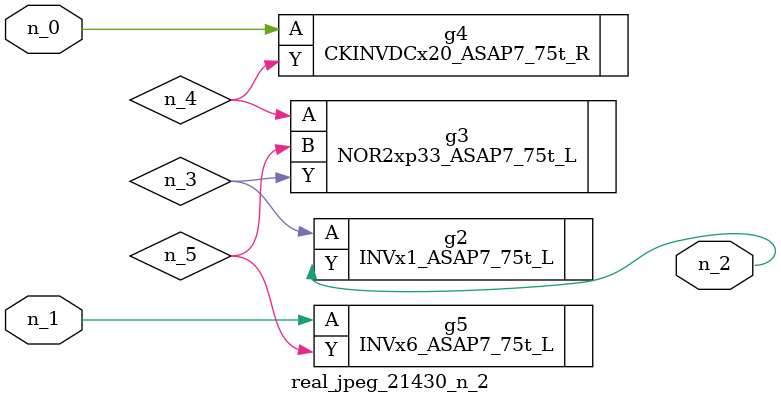
<source format=v>
module real_jpeg_21430_n_2 (n_1, n_0, n_2);

input n_1;
input n_0;

output n_2;

wire n_5;
wire n_4;
wire n_3;

CKINVDCx20_ASAP7_75t_R g4 ( 
.A(n_0),
.Y(n_4)
);

INVx6_ASAP7_75t_L g5 ( 
.A(n_1),
.Y(n_5)
);

INVx1_ASAP7_75t_L g2 ( 
.A(n_3),
.Y(n_2)
);

NOR2xp33_ASAP7_75t_L g3 ( 
.A(n_4),
.B(n_5),
.Y(n_3)
);


endmodule
</source>
